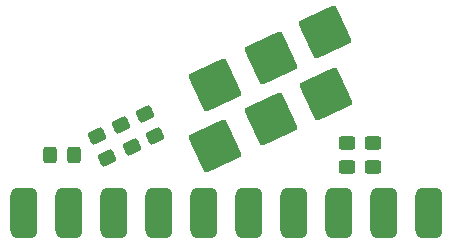
<source format=gbr>
%TF.GenerationSoftware,KiCad,Pcbnew,7.0.10*%
%TF.CreationDate,2024-03-09T11:41:47+01:00*%
%TF.ProjectId,ScartPCB,53636172-7450-4434-922e-6b696361645f,0*%
%TF.SameCoordinates,PX76bb820PY7641700*%
%TF.FileFunction,Soldermask,Top*%
%TF.FilePolarity,Negative*%
%FSLAX46Y46*%
G04 Gerber Fmt 4.6, Leading zero omitted, Abs format (unit mm)*
G04 Created by KiCad (PCBNEW 7.0.10) date 2024-03-09 11:41:47*
%MOMM*%
%LPD*%
G01*
G04 APERTURE LIST*
G04 Aperture macros list*
%AMRoundRect*
0 Rectangle with rounded corners*
0 $1 Rounding radius*
0 $2 $3 $4 $5 $6 $7 $8 $9 X,Y pos of 4 corners*
0 Add a 4 corners polygon primitive as box body*
4,1,4,$2,$3,$4,$5,$6,$7,$8,$9,$2,$3,0*
0 Add four circle primitives for the rounded corners*
1,1,$1+$1,$2,$3*
1,1,$1+$1,$4,$5*
1,1,$1+$1,$6,$7*
1,1,$1+$1,$8,$9*
0 Add four rect primitives between the rounded corners*
20,1,$1+$1,$2,$3,$4,$5,0*
20,1,$1+$1,$4,$5,$6,$7,0*
20,1,$1+$1,$6,$7,$8,$9,0*
20,1,$1+$1,$8,$9,$2,$3,0*%
G04 Aperture macros list end*
%ADD10RoundRect,0.250000X0.545189X-0.104372X0.270488X0.484728X-0.545189X0.104372X-0.270488X-0.484728X0*%
%ADD11RoundRect,0.250000X-0.325000X-0.450000X0.325000X-0.450000X0.325000X0.450000X-0.325000X0.450000X0*%
%ADD12RoundRect,0.250002X1.993386X-0.725533X0.725533X1.993386X-1.993386X0.725533X-0.725533X-1.993386X0*%
%ADD13RoundRect,0.250000X0.450000X-0.325000X0.450000X0.325000X-0.450000X0.325000X-0.450000X-0.325000X0*%
%ADD14RoundRect,0.571500X-0.571500X-1.562000X0.571500X-1.562000X0.571500X1.562000X-0.571500X1.562000X0*%
G04 APERTURE END LIST*
D10*
%TO.C,R3*%
X14057000Y9192000D03*
X13190632Y11049930D03*
%TD*%
D11*
%TO.C,R4*%
X5149000Y7541000D03*
X7199000Y7541000D03*
%TD*%
D12*
%TO.C,J7*%
X28535000Y12748000D03*
%TD*%
D10*
%TO.C,R1*%
X9993000Y7287000D03*
X9126632Y9144930D03*
%TD*%
D12*
%TO.C,J4*%
X19137000Y13510000D03*
%TD*%
%TO.C,J6*%
X19137000Y8303000D03*
%TD*%
D10*
%TO.C,R2*%
X12047632Y8255930D03*
X11181264Y10113860D03*
%TD*%
D12*
%TO.C,J2*%
X28408000Y17955000D03*
%TD*%
%TO.C,J3*%
X23836000Y15796000D03*
%TD*%
D13*
%TO.C,R5*%
X30313000Y6525000D03*
X30313000Y8575000D03*
%TD*%
D12*
%TO.C,J5*%
X23836000Y10589000D03*
%TD*%
D14*
%TO.C,J1*%
X37247500Y2642500D03*
X33437500Y2642500D03*
X29627500Y2642500D03*
X25817500Y2642500D03*
X22007500Y2642500D03*
X18197500Y2642500D03*
X14387500Y2642500D03*
X10577500Y2642500D03*
X6767500Y2642500D03*
X2957500Y2642500D03*
%TD*%
D13*
%TO.C,R6*%
X32472000Y6525000D03*
X32472000Y8575000D03*
%TD*%
M02*

</source>
